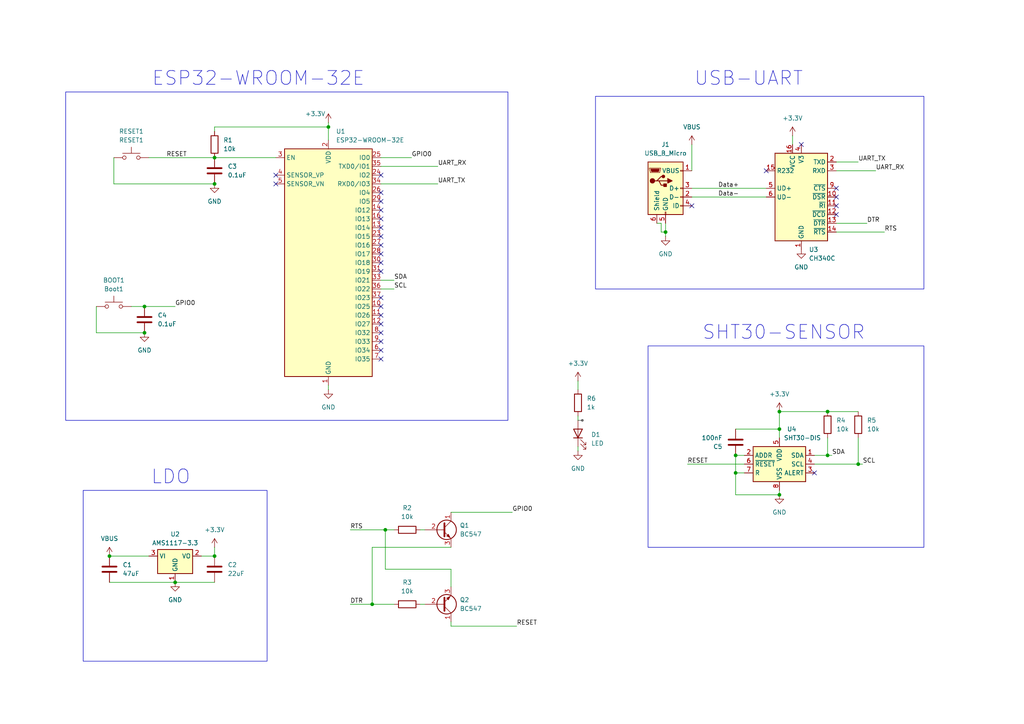
<source format=kicad_sch>
(kicad_sch (version 20231120) (generator "eeschema") (generator_version "8.0")
  (paper "A4")
  (title_block (title "ESP32_WROOM_32E integrated with SHT30"))
  (lib_symbols
    (symbol "Connector:USB_B_Micro" (pin_names (offset 1.016))
      (property "Reference" "J" (at -5.08 11.43 0))
      (property "Value" "USB_B_Micro" (at -5.08 8.89 0))
      (symbol "USB_B_Micro_0_1"
        (rectangle (start -5.08 -7.62) (end 5.08 7.62) (stroke (width 0.254)) (fill (type background)))
        (circle (center -3.81 2.159) (radius 0.635) (stroke (width 0.254)) (fill (type outline)))
        (circle (center -0.635 3.429) (radius 0.381) (stroke (width 0.254)) (fill (type outline)))
        (rectangle (start -0.127 -7.62) (end 0.127 -6.858))
        (polyline (pts (xy -1.905 2.159) (xy 0.635 2.159)) (stroke (width 0.254)))
        (polyline (pts (xy -3.175 2.159) (xy -2.54 2.159) (xy -1.27 3.429) (xy -0.635 3.429)) (stroke (width 0.254)))
        (polyline (pts (xy -2.54 2.159) (xy -1.905 2.159) (xy -1.27 0.889) (xy 0 0.889)) (stroke (width 0.254)))
        (polyline (pts (xy 0.635 2.794) (xy 0.635 1.524) (xy 1.905 2.159) (xy 0.635 2.794)) (stroke (width 0.254)) (fill (type outline)))
        (polyline (pts (xy -4.318 5.588) (xy -1.778 5.588) (xy -2.032 4.826) (xy -4.064 4.826) (xy -4.318 5.588)) (fill (type outline)))
        (polyline (pts (xy -4.699 5.842) (xy -4.699 5.588) (xy -4.445 4.826) (xy -4.445 4.572) (xy -1.651 4.572) (xy -1.651 4.826) (xy -1.397 5.588) (xy -1.397 5.842) (xy -4.699 5.842)))
        (rectangle (start 0.254 1.27) (end -0.508 0.508) (stroke (width 0.254)) (fill (type outline)))
        (rectangle (start 5.08 -5.207) (end 4.318 -4.953))
        (rectangle (start 5.08 -2.667) (end 4.318 -2.413))
        (rectangle (start 5.08 -0.127) (end 4.318 0.127))
        (rectangle (start 5.08 4.953) (end 4.318 5.207))
      )
      (symbol "USB_B_Micro_1_1"
        (pin power_out line (at 7.62 5.08 180) (length 2.54) (name "VBUS") (number "1"))
        (pin bidirectional line (at 7.62 -2.54 180) (length 2.54) (name "D-") (number "2"))
        (pin bidirectional line (at 7.62 0 180) (length 2.54) (name "D+") (number "3"))
        (pin passive line (at 7.62 -5.08 180) (length 2.54) (name "ID") (number "4"))
        (pin power_out line (at 0 -10.16 90) (length 2.54) (name "GND") (number "5"))
        (pin passive line (at -2.54 -10.16 90) (length 2.54) (name "Shield") (number "6"))
      )
    )
    (symbol "Device:C" (pin_numbers hide) (pin_names (offset 0.254))
      (property "Reference" "C" (at 0.635 2.54 0))
      (property "Value" "C" (at 0.635 -2.54 0))
      (symbol "C_0_1"
        (polyline (pts (xy -2.032 -0.762) (xy 2.032 -0.762)) (stroke (width 0.508)))
        (polyline (pts (xy -2.032 0.762) (xy 2.032 0.762)) (stroke (width 0.508)))
      )
      (symbol "C_1_1"
        (pin passive line (at 0 3.81 270) (length 2.794) (name "~") (number "1"))
        (pin passive line (at 0 -3.81 90) (length 2.794) (name "~") (number "2"))
      )
    )
    (symbol "Device:LED" (pin_numbers hide) (pin_names (offset 1.016) hide)
      (property "Reference" "D" (at 0 2.54 0))
      (property "Value" "LED" (at 0 -2.54 0))
      (symbol "LED_0_1"
        (polyline (pts (xy -1.27 -1.27) (xy -1.27 1.27)) (stroke (width 0.254)))
        (polyline (pts (xy -1.27 0) (xy 1.27 0)))
        (polyline (pts (xy 1.27 -1.27) (xy 1.27 1.27) (xy -1.27 0) (xy 1.27 -1.27)) (stroke (width 0.254)))
        (polyline (pts (xy -3.048 -0.762) (xy -4.572 -2.286) (xy -3.81 -2.286) (xy -4.572 -2.286) (xy -4.572 -1.524)))
        (polyline (pts (xy -1.778 -0.762) (xy -3.302 -2.286) (xy -2.54 -2.286) (xy -3.302 -2.286) (xy -3.302 -1.524)))
      )
      (symbol "LED_1_1"
        (pin passive line (at -3.81 0 0) (length 2.54) (name "K") (number "1"))
        (pin passive line (at 3.81 0 180) (length 2.54) (name "A") (number "2"))
      )
    )
    (symbol "Device:R" (pin_numbers hide) (pin_names (offset 0))
      (property "Reference" "R" (at 2.032 0 90))
      (property "Value" "R" (at 0 0 90))
      (symbol "R_0_1"
        (rectangle (start -1.016 -2.54) (end 1.016 2.54) (stroke (width 0.254)))
      )
      (symbol "R_1_1"
        (pin passive line (at 0 3.81 270) (length 1.27) (name "~") (number "1"))
        (pin passive line (at 0 -3.81 90) (length 1.27) (name "~") (number "2"))
      )
    )
    (symbol "Interface_USB:CH340C"
      (property "Reference" "U" (at -5.08 13.97 0))
      (property "Value" "CH340C" (at 1.27 13.97 0))
      (symbol "CH340C_0_1"
        (rectangle (start -7.62 12.7) (end 7.62 -12.7) (stroke (width 0.254)) (fill (type background)))
      )
      (symbol "CH340C_1_1"
        (pin power_in line (at 0 -15.24 90) (length 2.54) (name "GND") (number "1"))
        (pin input line (at 10.16 0 180) (length 2.54) (name "~{DSR}") (number "10"))
        (pin input line (at 10.16 -2.54 180) (length 2.54) (name "~{RI}") (number "11"))
        (pin input line (at 10.16 -5.08 180) (length 2.54) (name "~{DCD}") (number "12"))
        (pin output line (at 10.16 -7.62 180) (length 2.54) (name "~{DTR}") (number "13"))
        (pin output line (at 10.16 -10.16 180) (length 2.54) (name "~{RTS}") (number "14"))
        (pin input line (at -10.16 7.62 0) (length 2.54) (name "R232") (number "15"))
        (pin power_in line (at -2.54 15.24 270) (length 2.54) (name "VCC") (number "16"))
        (pin output line (at 10.16 10.16 180) (length 2.54) (name "TXD") (number "2"))
        (pin input line (at 10.16 7.62 180) (length 2.54) (name "RXD") (number "3"))
        (pin power_out line (at 0 15.24 270) (length 2.54) (name "V3") (number "4"))
        (pin bidirectional line (at -10.16 2.54 0) (length 2.54) (name "UD+") (number "5"))
        (pin bidirectional line (at -10.16 0 0) (length 2.54) (name "UD-") (number "6"))
        (pin no_connect line (at -7.62 -5.08 0) (length 2.54) hide (name "NC") (number "7"))
        (pin no_connect line (at -7.62 -7.62 0) (length 2.54) hide (name "NC") (number "8"))
        (pin input line (at 10.16 2.54 180) (length 2.54) (name "~{CTS}") (number "9"))
      )
    )
    (symbol "RF_Module:ESP32-WROOM-32E"
      (property "Reference" "U" (at -12.7 34.29 0))
      (property "Value" "ESP32-WROOM-32E" (at 1.27 34.29 0))
      (symbol "ESP32-WROOM-32E_0_1"
        (rectangle (start -12.7 33.02) (end 12.7 -33.02) (stroke (width 0.254)) (fill (type background)))
      )
      (symbol "ESP32-WROOM-32E_1_1"
        (pin power_in line (at 0 -35.56 90) (length 2.54) (name "GND") (number "1"))
        (pin bidirectional line (at 15.24 -12.7 180) (length 2.54) (name "IO25") (number "10"))
        (pin bidirectional line (at 15.24 -15.24 180) (length 2.54) (name "IO26") (number "11"))
        (pin bidirectional line (at 15.24 -17.78 180) (length 2.54) (name "IO27") (number "12"))
        (pin bidirectional line (at 15.24 10.16 180) (length 2.54) (name "IO14") (number "13"))
        (pin bidirectional line (at 15.24 15.24 180) (length 2.54) (name "IO12") (number "14"))
        (pin passive line (at 0 -35.56 90) (length 2.54) hide (name "GND") (number "15"))
        (pin bidirectional line (at 15.24 12.7 180) (length 2.54) (name "IO13") (number "16"))
        (pin no_connect line (at -12.7 -5.08 0) (length 2.54) hide (name "NC") (number "17"))
        (pin no_connect line (at -12.7 -7.62 0) (length 2.54) hide (name "NC") (number "18"))
        (pin no_connect line (at -12.7 -12.7 0) (length 2.54) hide (name "NC") (number "19"))
        (pin power_in line (at 0 35.56 270) (length 2.54) (name "VDD") (number "2"))
        (pin no_connect line (at -12.7 -10.16 0) (length 2.54) hide (name "NC") (number "20"))
        (pin no_connect line (at -12.7 0 0) (length 2.54) hide (name "NC") (number "21"))
        (pin no_connect line (at -12.7 -2.54 0) (length 2.54) hide (name "NC") (number "22"))
        (pin bidirectional line (at 15.24 7.62 180) (length 2.54) (name "IO15") (number "23"))
        (pin bidirectional line (at 15.24 25.4 180) (length 2.54) (name "IO2") (number "24"))
        (pin bidirectional line (at 15.24 30.48 180) (length 2.54) (name "IO0") (number "25"))
        (pin bidirectional line (at 15.24 20.32 180) (length 2.54) (name "IO4") (number "26"))
        (pin bidirectional line (at 15.24 5.08 180) (length 2.54) (name "IO16") (number "27"))
        (pin bidirectional line (at 15.24 2.54 180) (length 2.54) (name "IO17") (number "28"))
        (pin bidirectional line (at 15.24 17.78 180) (length 2.54) (name "IO5") (number "29"))
        (pin input line (at -15.24 30.48 0) (length 2.54) (name "EN") (number "3"))
        (pin bidirectional line (at 15.24 0 180) (length 2.54) (name "IO18") (number "30"))
        (pin bidirectional line (at 15.24 -2.54 180) (length 2.54) (name "IO19") (number "31"))
        (pin no_connect line (at -12.7 -27.94 0) (length 2.54) hide (name "NC") (number "32"))
        (pin bidirectional line (at 15.24 -5.08 180) (length 2.54) (name "IO21") (number "33"))
        (pin bidirectional line (at 15.24 22.86 180) (length 2.54) (name "RXD0/IO3") (number "34"))
        (pin bidirectional line (at 15.24 27.94 180) (length 2.54) (name "TXD0/IO1") (number "35"))
        (pin bidirectional line (at 15.24 -7.62 180) (length 2.54) (name "IO22") (number "36"))
        (pin bidirectional line (at 15.24 -10.16 180) (length 2.54) (name "IO23") (number "37"))
        (pin passive line (at 0 -35.56 90) (length 2.54) hide (name "GND") (number "38"))
        (pin passive line (at 0 -35.56 90) (length 2.54) hide (name "GND") (number "39"))
        (pin input line (at -15.24 25.4 0) (length 2.54) (name "SENSOR_VP") (number "4"))
        (pin input line (at -15.24 22.86 0) (length 2.54) (name "SENSOR_VN") (number "5"))
        (pin input line (at 15.24 -25.4 180) (length 2.54) (name "IO34") (number "6"))
        (pin input line (at 15.24 -27.94 180) (length 2.54) (name "IO35") (number "7"))
        (pin bidirectional line (at 15.24 -20.32 180) (length 2.54) (name "IO32") (number "8"))
        (pin bidirectional line (at 15.24 -22.86 180) (length 2.54) (name "IO33") (number "9"))
      )
    )
    (symbol "Regulator_Linear:AMS1117-3.3"
      (property "Reference" "U" (at -3.81 3.175 0))
      (property "Value" "AMS1117-3.3" (at 0 3.175 0))
      (symbol "AMS1117-3.3_0_1"
        (rectangle (start -5.08 -5.08) (end 5.08 1.905) (stroke (width 0.254)) (fill (type background)))
      )
      (symbol "AMS1117-3.3_1_1"
        (pin power_in line (at 0 -7.62 90) (length 2.54) (name "GND") (number "1"))
        (pin power_out line (at 7.62 0 180) (length 2.54) (name "VO") (number "2"))
        (pin power_in line (at -7.62 0 0) (length 2.54) (name "VI") (number "3"))
      )
    )
    (symbol "Sensor_Humidity:SHT30-DIS"
      (property "Reference" "U" (at -6.35 6.35 0))
      (property "Value" "SHT30-DIS" (at 6.35 6.35 0))
      (symbol "SHT30-DIS_0_1"
        (rectangle (start -7.62 5.08) (end 7.62 -5.08) (stroke (width 0.254)) (fill (type background)))
      )
      (symbol "SHT30-DIS_1_1"
        (pin bidirectional line (at 10.16 2.54 180) (length 2.54) (name "SDA") (number "1"))
        (pin input line (at -10.16 2.54 0) (length 2.54) (name "ADDR") (number "2"))
        (pin output line (at 10.16 -2.54 180) (length 2.54) (name "ALERT") (number "3"))
        (pin input line (at 10.16 0 180) (length 2.54) (name "SCL") (number "4"))
        (pin power_in line (at 0 7.62 270) (length 2.54) (name "VDD") (number "5"))
        (pin input line (at -10.16 0 0) (length 2.54) (name "~{RESET}") (number "6"))
        (pin passive line (at -10.16 -2.54 0) (length 2.54) (name "R") (number "7"))
        (pin power_in line (at 0 -7.62 90) (length 2.54) (name "VSS") (number "8"))
        (pin passive line (at 0 -7.62 90) (length 2.54) hide (name "VSS") (number "9"))
      )
    )
    (symbol "Switch:SW_Push" (pin_numbers hide) (pin_names (offset 1.016) hide)
      (property "Reference" "SW" (at 1.27 2.54 0))
      (property "Value" "SW_Push" (at 0 -1.524 0))
      (symbol "SW_Push_0_1"
        (circle (center -2.032 0) (radius 0.508))
        (polyline (pts (xy 0 1.27) (xy 0 3.048)))
        (polyline (pts (xy 2.54 1.27) (xy -2.54 1.27)))
        (circle (center 2.032 0) (radius 0.508))
        (pin passive line (at -5.08 0 0) (length 2.54) (name "1") (number "1"))
        (pin passive line (at 5.08 0 180) (length 2.54) (name "2") (number "2"))
      )
    )
    (symbol "Transistor_BJT:BC547" (pin_names (offset 0) hide)
      (property "Reference" "Q" (at 5.08 1.905 0))
      (property "Value" "BC547" (at 5.08 0 0))
      (symbol "BC547_0_1"
        (polyline (pts (xy 0 0) (xy 0.635 0)))
        (polyline (pts (xy 0.635 0.635) (xy 2.54 2.54)))
        (polyline (pts (xy 0.635 -0.635) (xy 2.54 -2.54) (xy 2.54 -2.54)))
        (polyline (pts (xy 0.635 1.905) (xy 0.635 -1.905) (xy 0.635 -1.905)) (stroke (width 0.508)))
        (polyline (pts (xy 1.27 -1.778) (xy 1.778 -1.27) (xy 2.286 -2.286) (xy 1.27 -1.778) (xy 1.27 -1.778)) (fill (type outline)))
        (circle (center 1.27 0) (radius 2.8194) (stroke (width 0.254)))
      )
      (symbol "BC547_1_1"
        (pin passive line (at 2.54 5.08 270) (length 2.54) (name "C") (number "1"))
        (pin input line (at -5.08 0 0) (length 5.08) (name "B") (number "2"))
        (pin passive line (at 2.54 -5.08 90) (length 2.54) (name "E") (number "3"))
      )
    )
    (symbol "power:+3.3V" (power) (pin_numbers hide) (pin_names (offset 0) hide)
      (property "Value" "+3.3V" (at 0 3.556 0))
      (symbol "+3.3V_0_1"
        (polyline (pts (xy -0.762 1.27) (xy 0 2.54)))
        (polyline (pts (xy 0 0) (xy 0 2.54)))
        (polyline (pts (xy 0 2.54) (xy 0.762 1.27)))
      )
      (symbol "+3.3V_1_1"
        (pin power_in line (at 0 0 90) (length 0) (name "~") (number "1"))
      )
    )
    (symbol "power:GND" (power) (pin_numbers hide) (pin_names (offset 0) hide)
      (property "Value" "GND" (at 0 -3.81 0))
      (symbol "GND_0_1"
        (polyline (pts (xy 0 0) (xy 0 -1.27) (xy 1.27 -1.27) (xy 0 -2.54) (xy -1.27 -1.27) (xy 0 -1.27)))
      )
      (symbol "GND_1_1"
        (pin power_in line (at 0 0 270) (length 0) (name "~") (number "1"))
      )
    )
    (symbol "power:VBUS" (power) (pin_numbers hide) (pin_names (offset 0) hide)
      (property "Value" "VBUS" (at 0 3.556 0))
      (symbol "VBUS_0_1"
        (polyline (pts (xy -0.762 1.27) (xy 0 2.54)))
        (polyline (pts (xy 0 0) (xy 0 2.54)))
        (polyline (pts (xy 0 2.54) (xy 0.762 1.27)))
      )
      (symbol "VBUS_1_1"
        (pin power_in line (at 0 0 90) (length 0) (name "~") (number "1"))
      )
    )
  )
  (junction (at 248.92 134.62))
  (junction (at 226.06 119.38))
  (junction (at 213.36 132.08))
  (junction (at 240.03 132.08))
  (junction (at 62.23 161.29))
  (junction (at 41.91 96.52))
  (junction (at 95.25 36.83))
  (junction (at 226.06 124.46))
  (junction (at 111.76 153.67))
  (junction (at 62.23 45.72))
  (junction (at 226.06 143.51))
  (junction (at 62.23 53.34))
  (junction (at 31.75 161.29))
  (junction (at 50.8 168.91))
  (junction (at 107.95 175.26))
  (junction (at 41.91 88.9))
  (junction (at 213.36 137.16))
  (junction (at 193.04 67.31))
  (junction (at 240.03 119.38))
  (no_connect (at 110.49 71.12))
  (no_connect (at 242.57 54.61))
  (no_connect (at 110.49 50.8))
  (no_connect (at 200.66 59.69))
  (no_connect (at 110.49 68.58))
  (no_connect (at 110.49 58.42))
  (no_connect (at 80.01 53.34))
  (no_connect (at 242.57 59.69))
  (no_connect (at 110.49 93.98))
  (no_connect (at 232.41 41.91))
  (no_connect (at 110.49 55.88))
  (no_connect (at 110.49 76.2))
  (no_connect (at 242.57 62.23))
  (no_connect (at 110.49 91.44))
  (no_connect (at 110.49 104.14))
  (no_connect (at 110.49 66.04))
  (no_connect (at 110.49 96.52))
  (no_connect (at 222.25 49.53))
  (no_connect (at 110.49 60.96))
  (no_connect (at 110.49 99.06))
  (no_connect (at 110.49 88.9))
  (no_connect (at 110.49 78.74))
  (no_connect (at 242.57 57.15))
  (no_connect (at 80.01 50.8))
  (no_connect (at 110.49 63.5))
  (no_connect (at 110.49 86.36))
  (no_connect (at 236.22 137.16))
  (no_connect (at 110.49 73.66))
  (no_connect (at 110.49 101.6))
  (wire (pts (xy 256.54 67.31) (xy 242.57 67.31)))
  (wire (pts (xy 248.92 119.38) (xy 240.03 119.38)))
  (wire (pts (xy 114.3 81.28) (xy 110.49 81.28)))
  (wire (pts (xy 95.25 35.56) (xy 95.25 36.83)))
  (wire (pts (xy 130.81 148.59) (xy 148.59 148.59)))
  (wire (pts (xy 127 48.26) (xy 110.49 48.26)))
  (wire (pts (xy 240.03 132.08) (xy 241.3 132.08)))
  (wire (pts (xy 149.86 181.61) (xy 130.81 181.61)))
  (wire (pts (xy 27.94 88.9) (xy 27.94 96.52)))
  (wire (pts (xy 43.18 45.72) (xy 62.23 45.72)))
  (wire (pts (xy 121.92 153.67) (xy 123.19 153.67)))
  (wire (pts (xy 62.23 38.1) (xy 62.23 36.83)))
  (wire (pts (xy 130.81 158.75) (xy 107.95 158.75)))
  (wire (pts (xy 167.64 110.49) (xy 167.64 113.03)))
  (wire (pts (xy 191.77 64.77) (xy 191.77 67.31)))
  (wire (pts (xy 236.22 134.62) (xy 248.92 134.62)))
  (wire (pts (xy 226.06 143.51) (xy 226.06 142.24)))
  (wire (pts (xy 226.06 119.38) (xy 240.03 119.38)))
  (wire (pts (xy 101.6 175.26) (xy 107.95 175.26)))
  (wire (pts (xy 50.8 168.91) (xy 62.23 168.91)))
  (wire (pts (xy 130.81 181.61) (xy 130.81 180.34)))
  (wire (pts (xy 119.38 45.72) (xy 110.49 45.72)))
  (wire (pts (xy 191.77 67.31) (xy 193.04 67.31)))
  (wire (pts (xy 213.36 124.46) (xy 226.06 124.46)))
  (wire (pts (xy 62.23 45.72) (xy 80.01 45.72)))
  (wire (pts (xy 167.64 120.65) (xy 167.64 121.92)))
  (wire (pts (xy 226.06 119.38) (xy 226.06 124.46)))
  (wire (pts (xy 38.1 88.9) (xy 41.91 88.9)))
  (wire (pts (xy 213.36 132.08) (xy 215.9 132.08)))
  (wire (pts (xy 242.57 64.77) (xy 251.46 64.77)))
  (wire (pts (xy 200.66 54.61) (xy 222.25 54.61)))
  (wire (pts (xy 167.64 130.81) (xy 167.64 129.54)))
  (wire (pts (xy 62.23 36.83) (xy 95.25 36.83)))
  (wire (pts (xy 31.75 161.29) (xy 43.18 161.29)))
  (wire (pts (xy 111.76 165.1) (xy 111.76 153.67)))
  (wire (pts (xy 190.5 64.77) (xy 191.77 64.77)))
  (wire (pts (xy 62.23 158.75) (xy 62.23 161.29)))
  (wire (pts (xy 248.92 134.62) (xy 250.19 134.62)))
  (wire (pts (xy 213.36 143.51) (xy 226.06 143.51)))
  (wire (pts (xy 213.36 143.51) (xy 213.36 137.16)))
  (wire (pts (xy 111.76 153.67) (xy 114.3 153.67)))
  (wire (pts (xy 213.36 137.16) (xy 215.9 137.16)))
  (wire (pts (xy 114.3 83.82) (xy 110.49 83.82)))
  (wire (pts (xy 200.66 57.15) (xy 222.25 57.15)))
  (wire (pts (xy 121.92 175.26) (xy 123.19 175.26)))
  (wire (pts (xy 130.81 165.1) (xy 111.76 165.1)))
  (wire (pts (xy 254 49.53) (xy 242.57 49.53)))
  (wire (pts (xy 107.95 158.75) (xy 107.95 175.26)))
  (wire (pts (xy 95.25 111.76) (xy 95.25 113.03)))
  (wire (pts (xy 240.03 127) (xy 240.03 132.08)))
  (wire (pts (xy 193.04 67.31) (xy 193.04 68.58)))
  (wire (pts (xy 248.92 46.99) (xy 242.57 46.99)))
  (wire (pts (xy 200.66 41.91) (xy 200.66 49.53)))
  (wire (pts (xy 101.6 153.67) (xy 111.76 153.67)))
  (wire (pts (xy 193.04 64.77) (xy 193.04 67.31)))
  (wire (pts (xy 58.42 161.29) (xy 62.23 161.29)))
  (wire (pts (xy 226.06 124.46) (xy 226.06 127)))
  (wire (pts (xy 213.36 132.08) (xy 213.36 137.16)))
  (wire (pts (xy 27.94 96.52) (xy 41.91 96.52)))
  (wire (pts (xy 130.81 165.1) (xy 130.81 170.18)))
  (wire (pts (xy 33.02 53.34) (xy 62.23 53.34)))
  (wire (pts (xy 31.75 168.91) (xy 50.8 168.91)))
  (wire (pts (xy 33.02 45.72) (xy 33.02 53.34)))
  (wire (pts (xy 127 53.34) (xy 110.49 53.34)))
  (wire (pts (xy 41.91 88.9) (xy 50.8 88.9)))
  (wire (pts (xy 236.22 132.08) (xy 240.03 132.08)))
  (wire (pts (xy 107.95 175.26) (xy 114.3 175.26)))
  (wire (pts (xy 229.87 39.37) (xy 229.87 41.91)))
  (wire (pts (xy 248.92 127) (xy 248.92 134.62)))
  (wire (pts (xy 95.25 36.83) (xy 95.25 40.64)))
  (wire (pts (xy 215.9 134.62) (xy 199.39 134.62)))
  (rectangle (start 172.72 27.94) (end 267.97 83.82))
  (rectangle (start 19.05 26.67) (end 147.32 121.92))
  (rectangle (start 24.13 142.24) (end 77.47 191.77))
  (rectangle (start 187.96 100.33) (end 267.97 158.75))
  (text "ESP32-WROOM-32E" (at 74.93 22.86 0) (effects (font (size 4 4))))
  (text "LDO\n" (at 49.53 138.43 0) (effects (font (size 4 4))))
  (text "SHT30-SENSOR" (at 227.33 96.52 0) (effects (font (size 4 4))))
  (text "USB-UART\n" (at 217.17 22.86 0) (effects (font (size 4 4))))
  (label "UART_RX" (at 254 49.53 0))
  (label "SCL" (at 250.19 134.62 0))
  (label "UART_RX" (at 127 48.26 0))
  (label "Data-" (at 208.28 57.15 0))
  (label "GPIO0" (at 119.38 45.72 0))
  (label "Data+" (at 208.28 54.61 0))
  (label "SDA" (at 241.3 132.08 0))
  (label "RESET" (at 149.86 181.61 0))
  (label "GPIO0" (at 148.59 148.59 0))
  (label "UART_TX" (at 248.92 46.99 0))
  (label "RTS" (at 256.54 67.31 0))
  (label "RESET" (at 48.26 45.72 0))
  (label "GPIO0" (at 50.8 88.9 0))
  (label "RESET" (at 199.39 134.62 0))
  (label "UART_TX" (at 127 53.34 0))
  (label "SCL" (at 114.3 83.82 0))
  (label "DTR" (at 251.46 64.77 0))
  (label "DTR" (at 101.6 175.26 0))
  (label "SDA" (at 114.3 81.28 0))
  (label "RTS" (at 101.6 153.67 0))
  (netclass_flag "" (length 1.27) (shape dot) (at 167.64 121.92 270) (property "Netclass" "signal" (effects (hide yes))))
  (symbol (lib_id "power:+3.3V") (at 167.64 110.49 0) (unit 1)
    (property "Reference" "#PWR014" (effects (hide yes)))
    (property "Value" "+3.3V" (at 167.64 105.41 0))
    (property "Description" "Power symbol creates a global label with name \"+3.3V\"" (effects (hide yes)))
  )
  (symbol (lib_id "Device:R") (at 167.64 116.84 0) (unit 1)
    (property "Reference" "R6" (at 170.18 115.5699 0) (effects (justify left)))
    (property "Value" "1k" (at 170.18 118.1099 0) (effects (justify left)))
    (property "Footprint" "Resistor_SMD:R_1206_3216Metric_Pad1.30x1.75mm_HandSolder" (effects (hide yes)))
    (property "Description" "Resistor" (effects (hide yes)))
  )
  (symbol (lib_id "power:GND") (at 50.8 168.91 0) (unit 1)
    (property "Reference" "#PWR01" (effects (hide yes)))
    (property "Value" "GND" (at 50.8 173.99 0))
    (property "Description" "Power symbol creates a global label with name \"GND\" , ground" (effects (hide yes)))
  )
  (symbol (lib_id "Device:R") (at 248.92 123.19 0) (unit 1)
    (property "Reference" "R5" (at 251.46 121.9199 0) (effects (justify left)))
    (property "Value" "10k" (at 251.46 124.4599 0) (effects (justify left)))
    (property "Footprint" "Resistor_SMD:R_0603_1608Metric_Pad0.98x0.95mm_HandSolder" (effects (hide yes)))
    (property "Description" "Resistor" (effects (hide yes)))
  )
  (symbol (lib_id "Device:R") (at 118.11 175.26 90) (unit 1)
    (property "Reference" "R3" (at 118.11 168.91 90))
    (property "Value" "10k" (at 118.11 171.45 90))
    (property "Footprint" "Resistor_SMD:R_0603_1608Metric_Pad0.98x0.95mm_HandSolder" (effects (hide yes)))
    (property "Description" "Resistor" (effects (hide yes)))
  )
  (symbol (lib_id "power:GND") (at 167.64 130.81 0) (unit 1)
    (property "Reference" "#PWR015" (effects (hide yes)))
    (property "Value" "GND" (at 167.64 135.89 0))
    (property "Description" "Power symbol creates a global label with name \"GND\" , ground" (effects (hide yes)))
  )
  (symbol (lib_id "Device:C") (at 41.91 92.71 0) (unit 1)
    (property "Reference" "C4" (at 45.72 91.4399 0) (effects (justify left)))
    (property "Value" "0.1uF" (at 45.72 93.9799 0) (effects (justify left)))
    (property "Footprint" "Capacitor_SMD:C_0603_1608Metric_Pad1.08x0.95mm_HandSolder" (effects (hide yes)))
    (property "Description" "Unpolarized capacitor" (effects (hide yes)))
  )
  (symbol (lib_id "Switch:SW_Push") (at 38.1 45.72 0) (unit 1)
    (property "Reference" "RESET1" (at 38.1 38.1 0))
    (property "Value" "RESET1" (at 38.1 40.64 0))
    (property "Footprint" "Button_Switch_SMD:SW_Push_1P1T_NO_CK_KSC6xxJ" (effects (hide yes)))
    (property "Description" "Push button switch, generic, two pins" (effects (hide yes)))
  )
  (symbol (lib_id "power:VBUS") (at 31.75 161.29 0) (unit 1)
    (property "Reference" "#PWR08" (effects (hide yes)))
    (property "Value" "VBUS" (at 31.75 156.21 0))
    (property "Description" "Power symbol creates a global label with name \"VBUS\"" (effects (hide yes)))
  )
  (symbol (lib_id "Connector:USB_B_Micro") (at 193.04 54.61 0) (unit 1)
    (property "Reference" "J1" (at 193.04 41.91 0))
    (property "Value" "USB_B_Micro" (at 193.04 44.45 0))
    (property "Footprint" "Connector_USB:USB_Micro-B_Molex_47346-0001" (effects (hide yes)))
    (property "Description" "USB Micro Type B connector" (effects (hide yes)))
  )
  (symbol (lib_id "power:GND") (at 226.06 143.51 0) (unit 1)
    (property "Reference" "#PWR07" (effects (hide yes)))
    (property "Value" "GND" (at 226.06 148.59 0))
    (property "Description" "Power symbol creates a global label with name \"GND\" , ground" (effects (hide yes)))
  )
  (symbol (lib_id "Device:R") (at 240.03 123.19 0) (unit 1)
    (property "Reference" "R4" (at 242.57 121.9199 0) (effects (justify left)))
    (property "Value" "10k" (at 242.57 124.4599 0) (effects (justify left)))
    (property "Footprint" "Resistor_SMD:R_0603_1608Metric_Pad0.98x0.95mm_HandSolder" (effects (hide yes)))
    (property "Description" "Resistor" (effects (hide yes)))
  )
  (symbol (lib_id "power:GND") (at 41.91 96.52 0) (unit 1)
    (property "Reference" "#PWR06" (effects (hide yes)))
    (property "Value" "GND" (at 41.91 101.6 0))
    (property "Description" "Power symbol creates a global label with name \"GND\" , ground" (effects (hide yes)))
  )
  (symbol (lib_id "Device:C") (at 213.36 128.27 180) (unit 1)
    (property "Reference" "C5" (at 209.55 129.5401 0) (effects (justify left)))
    (property "Value" "100nF" (at 209.55 127.0001 0) (effects (justify left)))
    (property "Footprint" "Capacitor_SMD:C_1206_3216Metric_Pad1.33x1.80mm_HandSolder" (effects (hide yes)))
    (property "Description" "Unpolarized capacitor" (effects (hide yes)))
  )
  (symbol (lib_id "Device:C") (at 62.23 49.53 0) (unit 1)
    (property "Reference" "C3" (at 66.04 48.2599 0) (effects (justify left)))
    (property "Value" "0.1uF" (at 66.04 50.7999 0) (effects (justify left)))
    (property "Footprint" "Capacitor_SMD:C_0603_1608Metric_Pad1.08x0.95mm_HandSolder" (effects (hide yes)))
    (property "Description" "Unpolarized capacitor" (effects (hide yes)))
  )
  (symbol (lib_id "Device:C") (at 31.75 165.1 0) (unit 1)
    (property "Reference" "C1" (at 35.56 163.8299 0) (effects (justify left)))
    (property "Value" "47uF" (at 35.56 166.3699 0) (effects (justify left)))
    (property "Footprint" "Capacitor_SMD:C_Elec_6.3x5.4" (effects (hide yes)))
    (property "Description" "Unpolarized capacitor" (effects (hide yes)))
  )
  (symbol (lib_id "Device:LED") (at 167.64 125.73 90) (unit 1)
    (property "Reference" "D1" (at 171.45 126.0474 90) (effects (justify right)))
    (property "Value" "LED" (at 171.45 128.5874 90) (effects (justify right)))
    (property "Footprint" "LED_SMD:LED_1210_3225Metric_Pad1.42x2.65mm_HandSolder" (effects (hide yes)))
    (property "Description" "Light emitting diode" (effects (hide yes)))
  )
  (symbol (lib_id "Device:R") (at 118.11 153.67 90) (unit 1)
    (property "Reference" "R2" (at 118.11 147.32 90))
    (property "Value" "10k" (at 118.11 149.86 90))
    (property "Footprint" "Resistor_SMD:R_0603_1608Metric_Pad0.98x0.95mm_HandSolder" (effects (hide yes)))
    (property "Description" "Resistor" (effects (hide yes)))
  )
  (symbol (lib_id "power:+3.3V") (at 229.87 39.37 0) (unit 1)
    (property "Reference" "#PWR013" (effects (hide yes)))
    (property "Value" "+3.3V" (at 229.87 34.29 0))
    (property "Description" "Power symbol creates a global label with name \"+3.3V\"" (effects (hide yes)))
  )
  (symbol (lib_id "Interface_USB:CH340C") (at 232.41 57.15 0) (unit 1)
    (property "Reference" "U3" (at 234.6041 72.39 0) (effects (justify left)))
    (property "Value" "CH340C" (at 234.6041 74.93 0) (effects (justify left)))
    (property "Footprint" "Package_SO:SOIC-16_3.9x9.9mm_P1.27mm" (effects (hide yes)))
    (property "Datasheet" "https://datasheet.lcsc.com/szlcsc/Jiangsu-Qin-Heng-CH340C_C84681.pdf" (effects (hide yes)))
    (property "Description" "USB serial converter, crystal-less, UART, SOIC-16" (effects (hide yes)))
  )
  (symbol (lib_id "Transistor_BJT:BC547") (at 128.27 153.67 0) (unit 1)
    (property "Reference" "Q1" (at 133.35 152.3999 0) (effects (justify left)))
    (property "Value" "BC547" (at 133.35 154.9399 0) (effects (justify left)))
    (property "Footprint" "Package_TO_SOT_SMD:SOT-23-3" (effects (hide yes)))
    (property "Datasheet" "https://www.onsemi.com/pub/Collateral/BC550-D.pdf" (effects (hide yes)))
    (property "Description" "0.1A Ic, 45V Vce, Small Signal NPN Transistor, TO-92" (effects (hide yes)))
  )
  (symbol (lib_id "power:GND") (at 232.41 72.39 0) (unit 1)
    (property "Reference" "#PWR09" (effects (hide yes)))
    (property "Value" "GND" (at 232.41 77.47 0))
    (property "Description" "Power symbol creates a global label with name \"GND\" , ground" (effects (hide yes)))
  )
  (symbol (lib_id "Transistor_BJT:BC547") (at 128.27 175.26 0) (mirror x) (unit 1)
    (property "Reference" "Q2" (at 133.35 173.9899 0) (effects (justify left)))
    (property "Value" "BC547" (at 133.35 176.5299 0) (effects (justify left)))
    (property "Footprint" "Package_TO_SOT_SMD:SOT-23-3" (effects (hide yes)))
    (property "Datasheet" "https://www.onsemi.com/pub/Collateral/BC550-D.pdf" (effects (hide yes)))
    (property "Description" "0.1A Ic, 45V Vce, Small Signal NPN Transistor, TO-92" (effects (hide yes)))
  )
  (symbol (lib_id "Switch:SW_Push") (at 33.02 88.9 0) (unit 1)
    (property "Reference" "BOOT1" (at 33.02 81.28 0))
    (property "Value" "Boot1" (at 33.02 83.82 0))
    (property "Footprint" "Button_Switch_SMD:SW_Push_1P1T_NO_CK_KSC6xxJ" (effects (hide yes)))
    (property "Description" "Push button switch, generic, two pins" (effects (hide yes)))
  )
  (symbol (lib_id "Device:R") (at 62.23 41.91 0) (unit 1)
    (property "Reference" "R1" (at 64.77 40.6399 0) (effects (justify left)))
    (property "Value" "10k" (at 64.77 43.1799 0) (effects (justify left)))
    (property "Footprint" "Resistor_SMD:R_0603_1608Metric_Pad0.98x0.95mm_HandSolder" (effects (hide yes)))
    (property "Description" "Resistor" (effects (hide yes)))
  )
  (symbol (lib_id "power:+3.3V") (at 226.06 119.38 0) (unit 1)
    (property "Reference" "#PWR011" (effects (hide yes)))
    (property "Value" "+3.3V" (at 226.06 114.3 0))
    (property "Description" "Power symbol creates a global label with name \"+3.3V\"" (effects (hide yes)))
  )
  (symbol (lib_id "power:GND") (at 62.23 53.34 0) (unit 1)
    (property "Reference" "#PWR04" (effects (hide yes)))
    (property "Value" "GND" (at 62.23 58.42 0))
    (property "Description" "Power symbol creates a global label with name \"GND\" , ground" (effects (hide yes)))
  )
  (symbol (lib_id "power:+3.3V") (at 62.23 158.75 0) (unit 1)
    (property "Reference" "#PWR05" (effects (hide yes)))
    (property "Value" "+3.3V" (at 62.23 153.67 0))
    (property "Description" "Power symbol creates a global label with name \"+3.3V\"" (effects (hide yes)))
  )
  (symbol (lib_id "power:+3.3V") (at 95.25 35.56 0) (unit 1)
    (property "Reference" "#PWR012" (effects (hide yes)))
    (property "Value" "+3.3V" (at 91.44 33.02 0))
    (property "Description" "Power symbol creates a global label with name \"+3.3V\"" (effects (hide yes)))
  )
  (symbol (lib_id "RF_Module:ESP32-WROOM-32E") (at 95.25 76.2 0) (unit 1)
    (property "Reference" "U1" (at 97.4441 38.1 0) (effects (justify left)))
    (property "Value" "ESP32-WROOM-32E" (at 97.4441 40.64 0) (effects (justify left)))
    (property "Footprint" "RF_Module:ESP32-WROOM-32D" (effects (hide yes)))
    (property "Datasheet" "https://www.espressif.com/sites/default/files/documentation/esp32-wroom-32e_esp32-wroom-32ue_datasheet_en.pdf" (effects (hide yes)))
    (property "Description" "RF Module, ESP32-D0WD-V3 SoC, without PSRAM, Wi-Fi 802.11b/g/n, Bluetooth, BLE, 32-bit, 2.7-3.6V, onboard antenna, SMD" (effects (hide yes)))
  )
  (symbol (lib_id "Regulator_Linear:AMS1117-3.3") (at 50.8 161.29 0) (unit 1)
    (property "Reference" "U2" (at 50.8 154.94 0))
    (property "Value" "AMS1117-3.3" (at 50.8 157.48 0))
    (property "Footprint" "Package_TO_SOT_SMD:SOT-223-3_TabPin2" (effects (hide yes)))
    (property "Datasheet" "http://www.advanced-monolithic.com/pdf/ds1117.pdf" (effects (hide yes)))
    (property "Description" "1A Low Dropout regulator, positive, 3.3V fixed output, SOT-223" (effects (hide yes)))
  )
  (symbol (lib_id "Device:C") (at 62.23 165.1 0) (unit 1)
    (property "Reference" "C2" (at 66.04 163.8299 0) (effects (justify left)))
    (property "Value" "22uF" (at 66.04 166.3699 0) (effects (justify left)))
    (property "Footprint" "Capacitor_SMD:C_Elec_5x5.4" (effects (hide yes)))
    (property "Description" "Unpolarized capacitor" (effects (hide yes)))
  )
  (symbol (lib_id "Sensor_Humidity:SHT30-DIS") (at 226.06 134.62 0) (unit 1)
    (property "Reference" "U4" (at 228.2541 124.46 0) (effects (justify left)))
    (property "Value" "SHT30-DIS" (at 227.33 127 0) (effects (justify left)))
    (property "Footprint" "Sensor_Humidity:Sensirion_DFN-8-1EP_2.5x2.5mm_P0.5mm_EP1.1x1.7mm" (effects (hide yes)))
    (property "Datasheet" "https://www.sensirion.com/fileadmin/user_upload/customers/sensirion/Dokumente/2_Humidity_Sensors/Datasheets/Sensirion_Humidity_Sensors_SHT3x_Datasheet_digital.pdf" (effects (hide yes)))
    (property "Description" "I²C humidity and temperature sensor, ±2%RH, ±0.2°C, DFN-8" (effects (hide yes)))
  )
  (symbol (lib_id "power:GND") (at 95.25 113.03 0) (unit 1)
    (property "Reference" "#PWR03" (effects (hide yes)))
    (property "Value" "GND" (at 95.25 118.11 0))
    (property "Description" "Power symbol creates a global label with name \"GND\" , ground" (effects (hide yes)))
  )
  (symbol (lib_id "power:GND") (at 193.04 68.58 0) (unit 1)
    (property "Reference" "#PWR010" (effects (hide yes)))
    (property "Value" "GND" (at 193.04 73.66 0))
    (property "Description" "Power symbol creates a global label with name \"GND\" , ground" (effects (hide yes)))
  )
  (symbol (lib_id "power:VBUS") (at 200.66 41.91 0) (unit 1)
    (property "Reference" "#PWR02" (effects (hide yes)))
    (property "Value" "VBUS" (at 200.66 36.83 0))
    (property "Description" "Power symbol creates a global label with name \"VBUS\"" (effects (hide yes)))
  )
)
</source>
